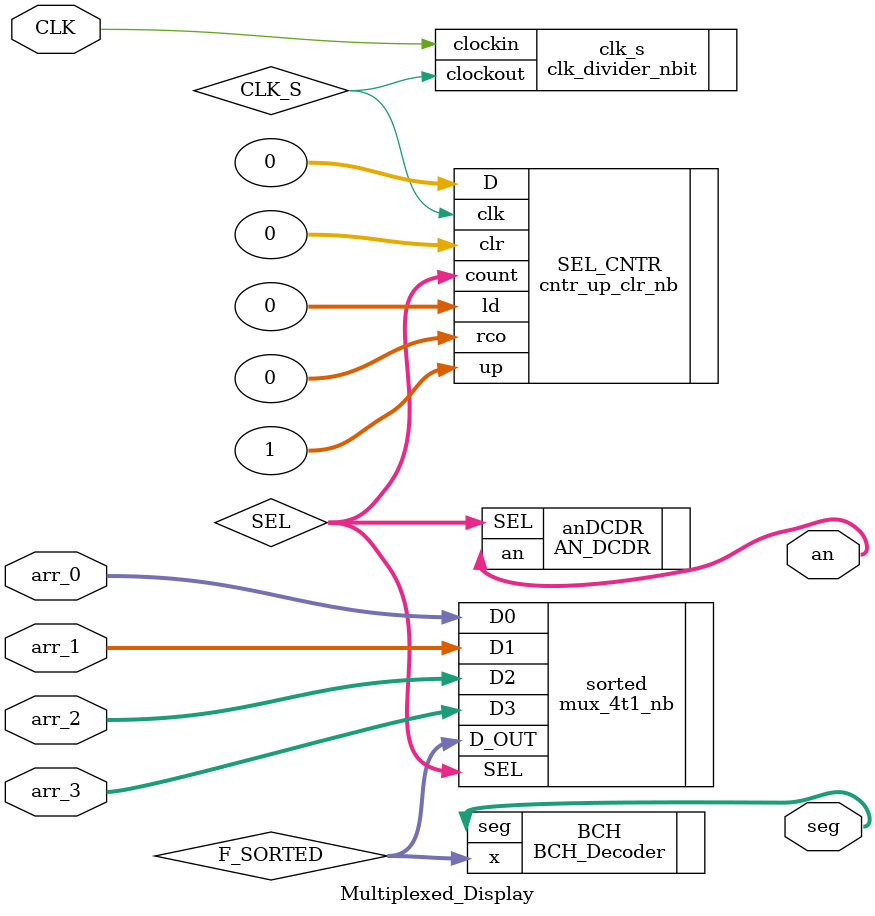
<source format=v>
`include "../Modules/clk_divider_nbit.v"
`include "./AN_DCDR.v"
`include "BCH_Decoder.v"
`include "../Modules/mux_2t1_nb.v"
`include "../Modules/mux_4t1_nb.v"
`include "../Modules/cntr_up_clr_nb.v"


module Multiplexed_Display(input CLK, input [3:0] arr_0, input [3:0] arr_1, input [3:0] arr_2, input [3:0] arr_3, output [3:0] an, output [7:0] seg);

wire CLK_S; //used for the input of the mux selectors
wire [1:0] SEL;
wire [3:0] F_SORTED;

//T_S - slower clock used for SEL[1] for 4-t-1 mux
clk_divider_nbit #(.n(12)) clk_s(.clockin(CLK), .clockout(CLK_S));

cntr_up_clr_nb #(.n(2)) SEL_CNTR (
          .clk   (CLK_S), 
          .clr   (0), 
          .up    (1),
          .ld   (0), 
          .D    (0), 
          .count (SEL), 
          .rco    (0) );


mux_4t1_nb #(.n(4)) sorted(
          .SEL(SEL), 
          .D0(arr_0), 
          .D1(arr_1), 
          .D2(arr_2), 
          .D3(arr_3), 
          .D_OUT(F_SORTED));

//output the value of F_sorted on the 7-segment display
BCH_Decoder BCH(.x(F_SORTED),.seg(seg));

AN_DCDR anDCDR(.SEL(SEL),.an(an));

endmodule

</source>
